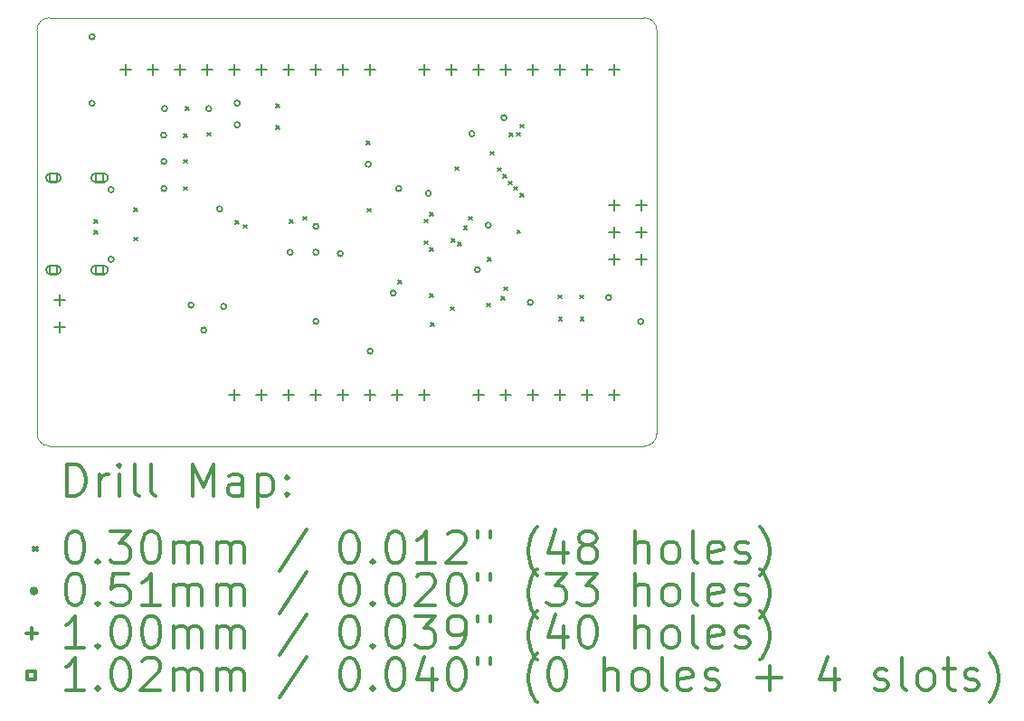
<source format=gbr>
%FSLAX45Y45*%
G04 Gerber Fmt 4.5, Leading zero omitted, Abs format (unit mm)*
G04 Created by KiCad (PCBNEW (5.1.2-1)-1) date 2020-01-20 17:34:25*
%MOMM*%
%LPD*%
G04 APERTURE LIST*
%ADD10C,0.050000*%
%ADD11C,0.049987*%
%ADD12C,0.200000*%
%ADD13C,0.300000*%
G04 APERTURE END LIST*
D10*
X1315720Y-14502280D02*
X6883400Y-14503400D01*
X1315720Y-18515480D02*
X6883400Y-18516600D01*
X7000240Y-18399760D02*
X7000240Y-14620240D01*
X1199023Y-14620240D02*
X1200000Y-18399760D01*
D11*
X6883400Y-14503400D02*
G75*
G02X7000240Y-14620240I0J-116840D01*
G01*
X7000240Y-18399760D02*
G75*
G02X6883400Y-18516600I-116840J0D01*
G01*
X1315720Y-18515480D02*
G75*
G02X1200000Y-18399760I0J115720D01*
G01*
X1199023Y-14620240D02*
G75*
G02X1315720Y-14502280I117967J0D01*
G01*
D12*
X1735000Y-16395000D02*
X1765000Y-16425000D01*
X1765000Y-16395000D02*
X1735000Y-16425000D01*
X1735000Y-16498450D02*
X1765000Y-16528450D01*
X1765000Y-16498450D02*
X1735000Y-16528450D01*
X2110000Y-16285000D02*
X2140000Y-16315000D01*
X2140000Y-16285000D02*
X2110000Y-16315000D01*
X2110000Y-16560000D02*
X2140000Y-16590000D01*
X2140000Y-16560000D02*
X2110000Y-16590000D01*
X2575800Y-15593300D02*
X2605800Y-15623300D01*
X2605800Y-15593300D02*
X2575800Y-15623300D01*
X2575800Y-15834600D02*
X2605800Y-15864600D01*
X2605800Y-15834600D02*
X2575800Y-15864600D01*
X2575800Y-16088600D02*
X2605800Y-16118600D01*
X2605800Y-16088600D02*
X2575800Y-16118600D01*
X2588500Y-15339300D02*
X2618500Y-15369300D01*
X2618500Y-15339300D02*
X2588500Y-15369300D01*
X2791700Y-15580600D02*
X2821700Y-15610600D01*
X2821700Y-15580600D02*
X2791700Y-15610600D01*
X3058400Y-16402650D02*
X3088400Y-16432650D01*
X3088400Y-16402650D02*
X3058400Y-16432650D01*
X3134600Y-16444200D02*
X3164600Y-16474200D01*
X3164600Y-16444200D02*
X3134600Y-16474200D01*
X3439400Y-15310999D02*
X3469400Y-15340999D01*
X3469400Y-15310999D02*
X3439400Y-15340999D01*
X3439400Y-15517100D02*
X3469400Y-15547100D01*
X3469400Y-15517100D02*
X3439400Y-15547100D01*
X3563700Y-16396300D02*
X3593700Y-16426300D01*
X3593700Y-16396300D02*
X3563700Y-16426300D01*
X3693400Y-16368000D02*
X3723400Y-16398000D01*
X3723400Y-16368000D02*
X3693400Y-16398000D01*
X4285000Y-15660000D02*
X4315000Y-15690000D01*
X4315000Y-15660000D02*
X4285000Y-15690000D01*
X4290300Y-16291800D02*
X4320300Y-16321800D01*
X4320300Y-16291800D02*
X4290300Y-16321800D01*
X4582400Y-16964900D02*
X4612400Y-16994900D01*
X4612400Y-16964900D02*
X4582400Y-16994900D01*
X4823700Y-16393400D02*
X4853700Y-16423400D01*
X4853700Y-16393400D02*
X4823700Y-16423400D01*
X4823700Y-16596600D02*
X4853700Y-16626600D01*
X4853700Y-16596600D02*
X4823700Y-16626600D01*
X4874500Y-16329900D02*
X4904500Y-16359900D01*
X4904500Y-16329900D02*
X4874500Y-16359900D01*
X4874500Y-16660100D02*
X4904500Y-16690100D01*
X4904500Y-16660100D02*
X4874500Y-16690100D01*
X4877071Y-17089329D02*
X4907071Y-17119329D01*
X4907071Y-17089329D02*
X4877071Y-17119329D01*
X4885000Y-17360000D02*
X4915000Y-17390000D01*
X4915000Y-17360000D02*
X4885000Y-17390000D01*
X5069692Y-17214207D02*
X5099692Y-17244207D01*
X5099692Y-17214207D02*
X5069692Y-17244207D01*
X5078171Y-16571671D02*
X5108171Y-16601671D01*
X5108171Y-16571671D02*
X5078171Y-16601671D01*
X5113679Y-15900221D02*
X5143679Y-15930221D01*
X5143679Y-15900221D02*
X5113679Y-15930221D01*
X5141200Y-16609300D02*
X5171200Y-16639300D01*
X5171200Y-16609300D02*
X5141200Y-16639300D01*
X5192941Y-16456900D02*
X5222941Y-16486900D01*
X5222941Y-16456900D02*
X5192941Y-16486900D01*
X5240841Y-16368000D02*
X5270841Y-16398000D01*
X5270841Y-16368000D02*
X5240841Y-16398000D01*
X5407900Y-17180800D02*
X5437900Y-17210800D01*
X5437900Y-17180800D02*
X5407900Y-17210800D01*
X5416685Y-16752915D02*
X5446685Y-16782915D01*
X5446685Y-16752915D02*
X5416685Y-16782915D01*
X5446000Y-15758400D02*
X5476000Y-15788400D01*
X5476000Y-15758400D02*
X5446000Y-15788400D01*
X5509500Y-15910800D02*
X5539500Y-15940800D01*
X5539500Y-15910800D02*
X5509500Y-15940800D01*
X5547600Y-17117300D02*
X5577600Y-17147300D01*
X5577600Y-17117300D02*
X5547600Y-17147300D01*
X5560300Y-15974300D02*
X5590300Y-16004300D01*
X5590300Y-15974300D02*
X5560300Y-16004300D01*
X5573000Y-17028400D02*
X5603000Y-17058400D01*
X5603000Y-17028400D02*
X5573000Y-17058400D01*
X5611100Y-16037800D02*
X5641100Y-16067800D01*
X5641100Y-16037800D02*
X5611100Y-16067800D01*
X5619570Y-15584829D02*
X5649570Y-15614829D01*
X5649570Y-15584829D02*
X5619570Y-15614829D01*
X5661900Y-16088600D02*
X5691900Y-16118600D01*
X5691900Y-16088600D02*
X5661900Y-16118600D01*
X5687300Y-15580600D02*
X5717300Y-15610600D01*
X5717300Y-15580600D02*
X5687300Y-15610600D01*
X5693720Y-16495000D02*
X5723720Y-16525000D01*
X5723720Y-16495000D02*
X5693720Y-16525000D01*
X5725399Y-16152100D02*
X5755399Y-16182100D01*
X5755399Y-16152100D02*
X5725399Y-16182100D01*
X5725400Y-15504400D02*
X5755400Y-15534400D01*
X5755400Y-15504400D02*
X5725400Y-15534400D01*
X6081000Y-17104600D02*
X6111000Y-17134600D01*
X6111000Y-17104600D02*
X6081000Y-17134600D01*
X6085000Y-17310000D02*
X6115000Y-17340000D01*
X6115000Y-17310000D02*
X6085000Y-17340000D01*
X6284200Y-17104600D02*
X6314200Y-17134600D01*
X6314200Y-17104600D02*
X6284200Y-17134600D01*
X6285000Y-17310000D02*
X6315000Y-17340000D01*
X6315000Y-17310000D02*
X6285000Y-17340000D01*
X1739900Y-14681200D02*
G75*
G03X1739900Y-14681200I-25400J0D01*
G01*
X1739900Y-15303500D02*
G75*
G03X1739900Y-15303500I-25400J0D01*
G01*
X1917700Y-16114001D02*
G75*
G03X1917700Y-16114001I-25400J0D01*
G01*
X1917700Y-16766299D02*
G75*
G03X1917700Y-16766299I-25400J0D01*
G01*
X2410460Y-15603220D02*
G75*
G03X2410460Y-15603220I-25400J0D01*
G01*
X2413000Y-15849600D02*
G75*
G03X2413000Y-15849600I-25400J0D01*
G01*
X2413000Y-16103600D02*
G75*
G03X2413000Y-16103600I-25400J0D01*
G01*
X2418080Y-15354300D02*
G75*
G03X2418080Y-15354300I-25400J0D01*
G01*
X2667000Y-17195800D02*
G75*
G03X2667000Y-17195800I-25400J0D01*
G01*
X2785400Y-17430000D02*
G75*
G03X2785400Y-17430000I-25400J0D01*
G01*
X2832100Y-15354300D02*
G75*
G03X2832100Y-15354300I-25400J0D01*
G01*
X2933700Y-16294100D02*
G75*
G03X2933700Y-16294100I-25400J0D01*
G01*
X2971800Y-17208500D02*
G75*
G03X2971800Y-17208500I-25400J0D01*
G01*
X3098800Y-15303500D02*
G75*
G03X3098800Y-15303500I-25400J0D01*
G01*
X3098800Y-15303500D02*
G75*
G03X3098800Y-15303500I-25400J0D01*
G01*
X3098800Y-15506700D02*
G75*
G03X3098800Y-15506700I-25400J0D01*
G01*
X3594100Y-16700500D02*
G75*
G03X3594100Y-16700500I-25400J0D01*
G01*
X3835400Y-16456949D02*
G75*
G03X3835400Y-16456949I-25400J0D01*
G01*
X3835400Y-16700500D02*
G75*
G03X3835400Y-16700500I-25400J0D01*
G01*
X3835400Y-17348200D02*
G75*
G03X3835400Y-17348200I-25400J0D01*
G01*
X4064000Y-16713200D02*
G75*
G03X4064000Y-16713200I-25400J0D01*
G01*
X4325400Y-15875000D02*
G75*
G03X4325400Y-15875000I-25400J0D01*
G01*
X4343400Y-17627600D02*
G75*
G03X4343400Y-17627600I-25400J0D01*
G01*
X4558472Y-17082328D02*
G75*
G03X4558472Y-17082328I-25400J0D01*
G01*
X4610100Y-16103600D02*
G75*
G03X4610100Y-16103600I-25400J0D01*
G01*
X4887250Y-16149259D02*
G75*
G03X4887250Y-16149259I-25400J0D01*
G01*
X5295400Y-15590000D02*
G75*
G03X5295400Y-15590000I-25400J0D01*
G01*
X5346700Y-16863808D02*
G75*
G03X5346700Y-16863808I-25400J0D01*
G01*
X5448300Y-16446500D02*
G75*
G03X5448300Y-16446500I-25400J0D01*
G01*
X5595400Y-15440000D02*
G75*
G03X5595400Y-15440000I-25400J0D01*
G01*
X5842000Y-17170400D02*
G75*
G03X5842000Y-17170400I-25400J0D01*
G01*
X6575400Y-17125000D02*
G75*
G03X6575400Y-17125000I-25400J0D01*
G01*
X6875400Y-17350000D02*
G75*
G03X6875400Y-17350000I-25400J0D01*
G01*
X4826000Y-14936000D02*
X4826000Y-15036000D01*
X4776000Y-14986000D02*
X4876000Y-14986000D01*
X5080000Y-14936000D02*
X5080000Y-15036000D01*
X5030000Y-14986000D02*
X5130000Y-14986000D01*
X5334000Y-14936000D02*
X5334000Y-15036000D01*
X5284000Y-14986000D02*
X5384000Y-14986000D01*
X5588000Y-14936000D02*
X5588000Y-15036000D01*
X5538000Y-14986000D02*
X5638000Y-14986000D01*
X5842000Y-14936000D02*
X5842000Y-15036000D01*
X5792000Y-14986000D02*
X5892000Y-14986000D01*
X6096000Y-14936000D02*
X6096000Y-15036000D01*
X6046000Y-14986000D02*
X6146000Y-14986000D01*
X6350000Y-14936000D02*
X6350000Y-15036000D01*
X6300000Y-14986000D02*
X6400000Y-14986000D01*
X6604000Y-14936000D02*
X6604000Y-15036000D01*
X6554000Y-14986000D02*
X6654000Y-14986000D01*
X6604000Y-16206000D02*
X6604000Y-16306000D01*
X6554000Y-16256000D02*
X6654000Y-16256000D01*
X6604000Y-16460000D02*
X6604000Y-16560000D01*
X6554000Y-16510000D02*
X6654000Y-16510000D01*
X6604000Y-16714000D02*
X6604000Y-16814000D01*
X6554000Y-16764000D02*
X6654000Y-16764000D01*
X6858000Y-16206000D02*
X6858000Y-16306000D01*
X6808000Y-16256000D02*
X6908000Y-16256000D01*
X6858000Y-16460000D02*
X6858000Y-16560000D01*
X6808000Y-16510000D02*
X6908000Y-16510000D01*
X6858000Y-16714000D02*
X6858000Y-16814000D01*
X6808000Y-16764000D02*
X6908000Y-16764000D01*
X5334000Y-17984000D02*
X5334000Y-18084000D01*
X5284000Y-18034000D02*
X5384000Y-18034000D01*
X5588000Y-17984000D02*
X5588000Y-18084000D01*
X5538000Y-18034000D02*
X5638000Y-18034000D01*
X5842000Y-17984000D02*
X5842000Y-18084000D01*
X5792000Y-18034000D02*
X5892000Y-18034000D01*
X6096000Y-17984000D02*
X6096000Y-18084000D01*
X6046000Y-18034000D02*
X6146000Y-18034000D01*
X6350000Y-17984000D02*
X6350000Y-18084000D01*
X6300000Y-18034000D02*
X6400000Y-18034000D01*
X6604000Y-17984000D02*
X6604000Y-18084000D01*
X6554000Y-18034000D02*
X6654000Y-18034000D01*
X1410000Y-17100000D02*
X1410000Y-17200000D01*
X1360000Y-17150000D02*
X1460000Y-17150000D01*
X1410000Y-17354000D02*
X1410000Y-17454000D01*
X1360000Y-17404000D02*
X1460000Y-17404000D01*
X3048000Y-17984000D02*
X3048000Y-18084000D01*
X2998000Y-18034000D02*
X3098000Y-18034000D01*
X3302000Y-17984000D02*
X3302000Y-18084000D01*
X3252000Y-18034000D02*
X3352000Y-18034000D01*
X3556000Y-17984000D02*
X3556000Y-18084000D01*
X3506000Y-18034000D02*
X3606000Y-18034000D01*
X3810000Y-17984000D02*
X3810000Y-18084000D01*
X3760000Y-18034000D02*
X3860000Y-18034000D01*
X4064000Y-17984000D02*
X4064000Y-18084000D01*
X4014000Y-18034000D02*
X4114000Y-18034000D01*
X4318000Y-17984000D02*
X4318000Y-18084000D01*
X4268000Y-18034000D02*
X4368000Y-18034000D01*
X4572000Y-17984000D02*
X4572000Y-18084000D01*
X4522000Y-18034000D02*
X4622000Y-18034000D01*
X4826000Y-17984000D02*
X4826000Y-18084000D01*
X4776000Y-18034000D02*
X4876000Y-18034000D01*
X2032000Y-14936000D02*
X2032000Y-15036000D01*
X1982000Y-14986000D02*
X2082000Y-14986000D01*
X2286000Y-14936000D02*
X2286000Y-15036000D01*
X2236000Y-14986000D02*
X2336000Y-14986000D01*
X2540000Y-14936000D02*
X2540000Y-15036000D01*
X2490000Y-14986000D02*
X2590000Y-14986000D01*
X2794000Y-14936000D02*
X2794000Y-15036000D01*
X2744000Y-14986000D02*
X2844000Y-14986000D01*
X3048000Y-14936000D02*
X3048000Y-15036000D01*
X2998000Y-14986000D02*
X3098000Y-14986000D01*
X3302000Y-14936000D02*
X3302000Y-15036000D01*
X3252000Y-14986000D02*
X3352000Y-14986000D01*
X3556000Y-14936000D02*
X3556000Y-15036000D01*
X3506000Y-14986000D02*
X3606000Y-14986000D01*
X3810000Y-14936000D02*
X3810000Y-15036000D01*
X3760000Y-14986000D02*
X3860000Y-14986000D01*
X4064000Y-14936000D02*
X4064000Y-15036000D01*
X4014000Y-14986000D02*
X4114000Y-14986000D01*
X4318000Y-14936000D02*
X4318000Y-15036000D01*
X4268000Y-14986000D02*
X4368000Y-14986000D01*
X1389921Y-16037921D02*
X1389921Y-15966079D01*
X1318079Y-15966079D01*
X1318079Y-16037921D01*
X1389921Y-16037921D01*
X1381940Y-15961200D02*
X1326060Y-15961200D01*
X1381940Y-16042800D02*
X1326060Y-16042800D01*
X1326060Y-15961200D02*
G75*
G03X1326060Y-16042800I0J-40800D01*
G01*
X1381940Y-16042800D02*
G75*
G03X1381940Y-15961200I0J40800D01*
G01*
X1389921Y-16901521D02*
X1389921Y-16829679D01*
X1318079Y-16829679D01*
X1318079Y-16901521D01*
X1389921Y-16901521D01*
X1381940Y-16824800D02*
X1326060Y-16824800D01*
X1381940Y-16906400D02*
X1326060Y-16906400D01*
X1326060Y-16824800D02*
G75*
G03X1326060Y-16906400I0J-40800D01*
G01*
X1381940Y-16906400D02*
G75*
G03X1381940Y-16824800I0J40800D01*
G01*
X1821721Y-16037921D02*
X1821721Y-15966079D01*
X1749879Y-15966079D01*
X1749879Y-16037921D01*
X1821721Y-16037921D01*
X1823900Y-15961200D02*
X1747700Y-15961200D01*
X1823900Y-16042800D02*
X1747700Y-16042800D01*
X1747700Y-15961200D02*
G75*
G03X1747700Y-16042800I0J-40800D01*
G01*
X1823900Y-16042800D02*
G75*
G03X1823900Y-15961200I0J40800D01*
G01*
X1821721Y-16901521D02*
X1821721Y-16829679D01*
X1749879Y-16829679D01*
X1749879Y-16901521D01*
X1821721Y-16901521D01*
X1823900Y-16824800D02*
X1747700Y-16824800D01*
X1823900Y-16906400D02*
X1747700Y-16906400D01*
X1747700Y-16824800D02*
G75*
G03X1747700Y-16906400I0J-40800D01*
G01*
X1823900Y-16906400D02*
G75*
G03X1823900Y-16824800I0J40800D01*
G01*
D13*
X1482952Y-18984814D02*
X1482952Y-18684814D01*
X1554380Y-18684814D01*
X1597237Y-18699100D01*
X1625809Y-18727672D01*
X1640094Y-18756243D01*
X1654380Y-18813386D01*
X1654380Y-18856243D01*
X1640094Y-18913386D01*
X1625809Y-18941957D01*
X1597237Y-18970529D01*
X1554380Y-18984814D01*
X1482952Y-18984814D01*
X1782952Y-18984814D02*
X1782952Y-18784814D01*
X1782952Y-18841957D02*
X1797237Y-18813386D01*
X1811523Y-18799100D01*
X1840094Y-18784814D01*
X1868666Y-18784814D01*
X1968666Y-18984814D02*
X1968666Y-18784814D01*
X1968666Y-18684814D02*
X1954380Y-18699100D01*
X1968666Y-18713386D01*
X1982952Y-18699100D01*
X1968666Y-18684814D01*
X1968666Y-18713386D01*
X2154380Y-18984814D02*
X2125809Y-18970529D01*
X2111523Y-18941957D01*
X2111523Y-18684814D01*
X2311523Y-18984814D02*
X2282952Y-18970529D01*
X2268666Y-18941957D01*
X2268666Y-18684814D01*
X2654380Y-18984814D02*
X2654380Y-18684814D01*
X2754380Y-18899100D01*
X2854380Y-18684814D01*
X2854380Y-18984814D01*
X3125809Y-18984814D02*
X3125809Y-18827672D01*
X3111523Y-18799100D01*
X3082952Y-18784814D01*
X3025809Y-18784814D01*
X2997237Y-18799100D01*
X3125809Y-18970529D02*
X3097237Y-18984814D01*
X3025809Y-18984814D01*
X2997237Y-18970529D01*
X2982952Y-18941957D01*
X2982952Y-18913386D01*
X2997237Y-18884814D01*
X3025809Y-18870529D01*
X3097237Y-18870529D01*
X3125809Y-18856243D01*
X3268666Y-18784814D02*
X3268666Y-19084814D01*
X3268666Y-18799100D02*
X3297237Y-18784814D01*
X3354380Y-18784814D01*
X3382952Y-18799100D01*
X3397237Y-18813386D01*
X3411523Y-18841957D01*
X3411523Y-18927672D01*
X3397237Y-18956243D01*
X3382952Y-18970529D01*
X3354380Y-18984814D01*
X3297237Y-18984814D01*
X3268666Y-18970529D01*
X3540094Y-18956243D02*
X3554380Y-18970529D01*
X3540094Y-18984814D01*
X3525809Y-18970529D01*
X3540094Y-18956243D01*
X3540094Y-18984814D01*
X3540094Y-18799100D02*
X3554380Y-18813386D01*
X3540094Y-18827672D01*
X3525809Y-18813386D01*
X3540094Y-18799100D01*
X3540094Y-18827672D01*
X1166523Y-19464100D02*
X1196523Y-19494100D01*
X1196523Y-19464100D02*
X1166523Y-19494100D01*
X1540094Y-19314814D02*
X1568666Y-19314814D01*
X1597237Y-19329100D01*
X1611523Y-19343386D01*
X1625809Y-19371957D01*
X1640094Y-19429100D01*
X1640094Y-19500529D01*
X1625809Y-19557672D01*
X1611523Y-19586243D01*
X1597237Y-19600529D01*
X1568666Y-19614814D01*
X1540094Y-19614814D01*
X1511523Y-19600529D01*
X1497237Y-19586243D01*
X1482952Y-19557672D01*
X1468666Y-19500529D01*
X1468666Y-19429100D01*
X1482952Y-19371957D01*
X1497237Y-19343386D01*
X1511523Y-19329100D01*
X1540094Y-19314814D01*
X1768666Y-19586243D02*
X1782952Y-19600529D01*
X1768666Y-19614814D01*
X1754380Y-19600529D01*
X1768666Y-19586243D01*
X1768666Y-19614814D01*
X1882952Y-19314814D02*
X2068666Y-19314814D01*
X1968666Y-19429100D01*
X2011523Y-19429100D01*
X2040094Y-19443386D01*
X2054380Y-19457672D01*
X2068666Y-19486243D01*
X2068666Y-19557672D01*
X2054380Y-19586243D01*
X2040094Y-19600529D01*
X2011523Y-19614814D01*
X1925809Y-19614814D01*
X1897237Y-19600529D01*
X1882952Y-19586243D01*
X2254380Y-19314814D02*
X2282952Y-19314814D01*
X2311523Y-19329100D01*
X2325809Y-19343386D01*
X2340095Y-19371957D01*
X2354380Y-19429100D01*
X2354380Y-19500529D01*
X2340095Y-19557672D01*
X2325809Y-19586243D01*
X2311523Y-19600529D01*
X2282952Y-19614814D01*
X2254380Y-19614814D01*
X2225809Y-19600529D01*
X2211523Y-19586243D01*
X2197237Y-19557672D01*
X2182952Y-19500529D01*
X2182952Y-19429100D01*
X2197237Y-19371957D01*
X2211523Y-19343386D01*
X2225809Y-19329100D01*
X2254380Y-19314814D01*
X2482952Y-19614814D02*
X2482952Y-19414814D01*
X2482952Y-19443386D02*
X2497237Y-19429100D01*
X2525809Y-19414814D01*
X2568666Y-19414814D01*
X2597237Y-19429100D01*
X2611523Y-19457672D01*
X2611523Y-19614814D01*
X2611523Y-19457672D02*
X2625809Y-19429100D01*
X2654380Y-19414814D01*
X2697237Y-19414814D01*
X2725809Y-19429100D01*
X2740095Y-19457672D01*
X2740095Y-19614814D01*
X2882952Y-19614814D02*
X2882952Y-19414814D01*
X2882952Y-19443386D02*
X2897237Y-19429100D01*
X2925809Y-19414814D01*
X2968666Y-19414814D01*
X2997237Y-19429100D01*
X3011523Y-19457672D01*
X3011523Y-19614814D01*
X3011523Y-19457672D02*
X3025809Y-19429100D01*
X3054380Y-19414814D01*
X3097237Y-19414814D01*
X3125809Y-19429100D01*
X3140094Y-19457672D01*
X3140094Y-19614814D01*
X3725809Y-19300529D02*
X3468666Y-19686243D01*
X4111523Y-19314814D02*
X4140094Y-19314814D01*
X4168666Y-19329100D01*
X4182952Y-19343386D01*
X4197237Y-19371957D01*
X4211523Y-19429100D01*
X4211523Y-19500529D01*
X4197237Y-19557672D01*
X4182952Y-19586243D01*
X4168666Y-19600529D01*
X4140094Y-19614814D01*
X4111523Y-19614814D01*
X4082952Y-19600529D01*
X4068666Y-19586243D01*
X4054380Y-19557672D01*
X4040094Y-19500529D01*
X4040094Y-19429100D01*
X4054380Y-19371957D01*
X4068666Y-19343386D01*
X4082952Y-19329100D01*
X4111523Y-19314814D01*
X4340095Y-19586243D02*
X4354380Y-19600529D01*
X4340095Y-19614814D01*
X4325809Y-19600529D01*
X4340095Y-19586243D01*
X4340095Y-19614814D01*
X4540095Y-19314814D02*
X4568666Y-19314814D01*
X4597237Y-19329100D01*
X4611523Y-19343386D01*
X4625809Y-19371957D01*
X4640095Y-19429100D01*
X4640095Y-19500529D01*
X4625809Y-19557672D01*
X4611523Y-19586243D01*
X4597237Y-19600529D01*
X4568666Y-19614814D01*
X4540095Y-19614814D01*
X4511523Y-19600529D01*
X4497237Y-19586243D01*
X4482952Y-19557672D01*
X4468666Y-19500529D01*
X4468666Y-19429100D01*
X4482952Y-19371957D01*
X4497237Y-19343386D01*
X4511523Y-19329100D01*
X4540095Y-19314814D01*
X4925809Y-19614814D02*
X4754380Y-19614814D01*
X4840095Y-19614814D02*
X4840095Y-19314814D01*
X4811523Y-19357672D01*
X4782952Y-19386243D01*
X4754380Y-19400529D01*
X5040095Y-19343386D02*
X5054380Y-19329100D01*
X5082952Y-19314814D01*
X5154380Y-19314814D01*
X5182952Y-19329100D01*
X5197237Y-19343386D01*
X5211523Y-19371957D01*
X5211523Y-19400529D01*
X5197237Y-19443386D01*
X5025809Y-19614814D01*
X5211523Y-19614814D01*
X5325809Y-19314814D02*
X5325809Y-19371957D01*
X5440095Y-19314814D02*
X5440095Y-19371957D01*
X5882952Y-19729100D02*
X5868666Y-19714814D01*
X5840094Y-19671957D01*
X5825809Y-19643386D01*
X5811523Y-19600529D01*
X5797237Y-19529100D01*
X5797237Y-19471957D01*
X5811523Y-19400529D01*
X5825809Y-19357672D01*
X5840094Y-19329100D01*
X5868666Y-19286243D01*
X5882952Y-19271957D01*
X6125809Y-19414814D02*
X6125809Y-19614814D01*
X6054380Y-19300529D02*
X5982952Y-19514814D01*
X6168666Y-19514814D01*
X6325809Y-19443386D02*
X6297237Y-19429100D01*
X6282952Y-19414814D01*
X6268666Y-19386243D01*
X6268666Y-19371957D01*
X6282952Y-19343386D01*
X6297237Y-19329100D01*
X6325809Y-19314814D01*
X6382952Y-19314814D01*
X6411523Y-19329100D01*
X6425809Y-19343386D01*
X6440094Y-19371957D01*
X6440094Y-19386243D01*
X6425809Y-19414814D01*
X6411523Y-19429100D01*
X6382952Y-19443386D01*
X6325809Y-19443386D01*
X6297237Y-19457672D01*
X6282952Y-19471957D01*
X6268666Y-19500529D01*
X6268666Y-19557672D01*
X6282952Y-19586243D01*
X6297237Y-19600529D01*
X6325809Y-19614814D01*
X6382952Y-19614814D01*
X6411523Y-19600529D01*
X6425809Y-19586243D01*
X6440094Y-19557672D01*
X6440094Y-19500529D01*
X6425809Y-19471957D01*
X6411523Y-19457672D01*
X6382952Y-19443386D01*
X6797237Y-19614814D02*
X6797237Y-19314814D01*
X6925809Y-19614814D02*
X6925809Y-19457672D01*
X6911523Y-19429100D01*
X6882952Y-19414814D01*
X6840094Y-19414814D01*
X6811523Y-19429100D01*
X6797237Y-19443386D01*
X7111523Y-19614814D02*
X7082952Y-19600529D01*
X7068666Y-19586243D01*
X7054380Y-19557672D01*
X7054380Y-19471957D01*
X7068666Y-19443386D01*
X7082952Y-19429100D01*
X7111523Y-19414814D01*
X7154380Y-19414814D01*
X7182952Y-19429100D01*
X7197237Y-19443386D01*
X7211523Y-19471957D01*
X7211523Y-19557672D01*
X7197237Y-19586243D01*
X7182952Y-19600529D01*
X7154380Y-19614814D01*
X7111523Y-19614814D01*
X7382952Y-19614814D02*
X7354380Y-19600529D01*
X7340094Y-19571957D01*
X7340094Y-19314814D01*
X7611523Y-19600529D02*
X7582952Y-19614814D01*
X7525809Y-19614814D01*
X7497237Y-19600529D01*
X7482952Y-19571957D01*
X7482952Y-19457672D01*
X7497237Y-19429100D01*
X7525809Y-19414814D01*
X7582952Y-19414814D01*
X7611523Y-19429100D01*
X7625809Y-19457672D01*
X7625809Y-19486243D01*
X7482952Y-19514814D01*
X7740094Y-19600529D02*
X7768666Y-19614814D01*
X7825809Y-19614814D01*
X7854380Y-19600529D01*
X7868666Y-19571957D01*
X7868666Y-19557672D01*
X7854380Y-19529100D01*
X7825809Y-19514814D01*
X7782952Y-19514814D01*
X7754380Y-19500529D01*
X7740094Y-19471957D01*
X7740094Y-19457672D01*
X7754380Y-19429100D01*
X7782952Y-19414814D01*
X7825809Y-19414814D01*
X7854380Y-19429100D01*
X7968666Y-19729100D02*
X7982952Y-19714814D01*
X8011523Y-19671957D01*
X8025809Y-19643386D01*
X8040094Y-19600529D01*
X8054380Y-19529100D01*
X8054380Y-19471957D01*
X8040094Y-19400529D01*
X8025809Y-19357672D01*
X8011523Y-19329100D01*
X7982952Y-19286243D01*
X7968666Y-19271957D01*
X1196523Y-19875100D02*
G75*
G03X1196523Y-19875100I-25400J0D01*
G01*
X1540094Y-19710814D02*
X1568666Y-19710814D01*
X1597237Y-19725100D01*
X1611523Y-19739386D01*
X1625809Y-19767957D01*
X1640094Y-19825100D01*
X1640094Y-19896529D01*
X1625809Y-19953672D01*
X1611523Y-19982243D01*
X1597237Y-19996529D01*
X1568666Y-20010814D01*
X1540094Y-20010814D01*
X1511523Y-19996529D01*
X1497237Y-19982243D01*
X1482952Y-19953672D01*
X1468666Y-19896529D01*
X1468666Y-19825100D01*
X1482952Y-19767957D01*
X1497237Y-19739386D01*
X1511523Y-19725100D01*
X1540094Y-19710814D01*
X1768666Y-19982243D02*
X1782952Y-19996529D01*
X1768666Y-20010814D01*
X1754380Y-19996529D01*
X1768666Y-19982243D01*
X1768666Y-20010814D01*
X2054380Y-19710814D02*
X1911523Y-19710814D01*
X1897237Y-19853672D01*
X1911523Y-19839386D01*
X1940094Y-19825100D01*
X2011523Y-19825100D01*
X2040094Y-19839386D01*
X2054380Y-19853672D01*
X2068666Y-19882243D01*
X2068666Y-19953672D01*
X2054380Y-19982243D01*
X2040094Y-19996529D01*
X2011523Y-20010814D01*
X1940094Y-20010814D01*
X1911523Y-19996529D01*
X1897237Y-19982243D01*
X2354380Y-20010814D02*
X2182952Y-20010814D01*
X2268666Y-20010814D02*
X2268666Y-19710814D01*
X2240095Y-19753672D01*
X2211523Y-19782243D01*
X2182952Y-19796529D01*
X2482952Y-20010814D02*
X2482952Y-19810814D01*
X2482952Y-19839386D02*
X2497237Y-19825100D01*
X2525809Y-19810814D01*
X2568666Y-19810814D01*
X2597237Y-19825100D01*
X2611523Y-19853672D01*
X2611523Y-20010814D01*
X2611523Y-19853672D02*
X2625809Y-19825100D01*
X2654380Y-19810814D01*
X2697237Y-19810814D01*
X2725809Y-19825100D01*
X2740095Y-19853672D01*
X2740095Y-20010814D01*
X2882952Y-20010814D02*
X2882952Y-19810814D01*
X2882952Y-19839386D02*
X2897237Y-19825100D01*
X2925809Y-19810814D01*
X2968666Y-19810814D01*
X2997237Y-19825100D01*
X3011523Y-19853672D01*
X3011523Y-20010814D01*
X3011523Y-19853672D02*
X3025809Y-19825100D01*
X3054380Y-19810814D01*
X3097237Y-19810814D01*
X3125809Y-19825100D01*
X3140094Y-19853672D01*
X3140094Y-20010814D01*
X3725809Y-19696529D02*
X3468666Y-20082243D01*
X4111523Y-19710814D02*
X4140094Y-19710814D01*
X4168666Y-19725100D01*
X4182952Y-19739386D01*
X4197237Y-19767957D01*
X4211523Y-19825100D01*
X4211523Y-19896529D01*
X4197237Y-19953672D01*
X4182952Y-19982243D01*
X4168666Y-19996529D01*
X4140094Y-20010814D01*
X4111523Y-20010814D01*
X4082952Y-19996529D01*
X4068666Y-19982243D01*
X4054380Y-19953672D01*
X4040094Y-19896529D01*
X4040094Y-19825100D01*
X4054380Y-19767957D01*
X4068666Y-19739386D01*
X4082952Y-19725100D01*
X4111523Y-19710814D01*
X4340095Y-19982243D02*
X4354380Y-19996529D01*
X4340095Y-20010814D01*
X4325809Y-19996529D01*
X4340095Y-19982243D01*
X4340095Y-20010814D01*
X4540095Y-19710814D02*
X4568666Y-19710814D01*
X4597237Y-19725100D01*
X4611523Y-19739386D01*
X4625809Y-19767957D01*
X4640095Y-19825100D01*
X4640095Y-19896529D01*
X4625809Y-19953672D01*
X4611523Y-19982243D01*
X4597237Y-19996529D01*
X4568666Y-20010814D01*
X4540095Y-20010814D01*
X4511523Y-19996529D01*
X4497237Y-19982243D01*
X4482952Y-19953672D01*
X4468666Y-19896529D01*
X4468666Y-19825100D01*
X4482952Y-19767957D01*
X4497237Y-19739386D01*
X4511523Y-19725100D01*
X4540095Y-19710814D01*
X4754380Y-19739386D02*
X4768666Y-19725100D01*
X4797237Y-19710814D01*
X4868666Y-19710814D01*
X4897237Y-19725100D01*
X4911523Y-19739386D01*
X4925809Y-19767957D01*
X4925809Y-19796529D01*
X4911523Y-19839386D01*
X4740095Y-20010814D01*
X4925809Y-20010814D01*
X5111523Y-19710814D02*
X5140095Y-19710814D01*
X5168666Y-19725100D01*
X5182952Y-19739386D01*
X5197237Y-19767957D01*
X5211523Y-19825100D01*
X5211523Y-19896529D01*
X5197237Y-19953672D01*
X5182952Y-19982243D01*
X5168666Y-19996529D01*
X5140095Y-20010814D01*
X5111523Y-20010814D01*
X5082952Y-19996529D01*
X5068666Y-19982243D01*
X5054380Y-19953672D01*
X5040095Y-19896529D01*
X5040095Y-19825100D01*
X5054380Y-19767957D01*
X5068666Y-19739386D01*
X5082952Y-19725100D01*
X5111523Y-19710814D01*
X5325809Y-19710814D02*
X5325809Y-19767957D01*
X5440095Y-19710814D02*
X5440095Y-19767957D01*
X5882952Y-20125100D02*
X5868666Y-20110814D01*
X5840094Y-20067957D01*
X5825809Y-20039386D01*
X5811523Y-19996529D01*
X5797237Y-19925100D01*
X5797237Y-19867957D01*
X5811523Y-19796529D01*
X5825809Y-19753672D01*
X5840094Y-19725100D01*
X5868666Y-19682243D01*
X5882952Y-19667957D01*
X5968666Y-19710814D02*
X6154380Y-19710814D01*
X6054380Y-19825100D01*
X6097237Y-19825100D01*
X6125809Y-19839386D01*
X6140094Y-19853672D01*
X6154380Y-19882243D01*
X6154380Y-19953672D01*
X6140094Y-19982243D01*
X6125809Y-19996529D01*
X6097237Y-20010814D01*
X6011523Y-20010814D01*
X5982952Y-19996529D01*
X5968666Y-19982243D01*
X6254380Y-19710814D02*
X6440094Y-19710814D01*
X6340094Y-19825100D01*
X6382952Y-19825100D01*
X6411523Y-19839386D01*
X6425809Y-19853672D01*
X6440094Y-19882243D01*
X6440094Y-19953672D01*
X6425809Y-19982243D01*
X6411523Y-19996529D01*
X6382952Y-20010814D01*
X6297237Y-20010814D01*
X6268666Y-19996529D01*
X6254380Y-19982243D01*
X6797237Y-20010814D02*
X6797237Y-19710814D01*
X6925809Y-20010814D02*
X6925809Y-19853672D01*
X6911523Y-19825100D01*
X6882952Y-19810814D01*
X6840094Y-19810814D01*
X6811523Y-19825100D01*
X6797237Y-19839386D01*
X7111523Y-20010814D02*
X7082952Y-19996529D01*
X7068666Y-19982243D01*
X7054380Y-19953672D01*
X7054380Y-19867957D01*
X7068666Y-19839386D01*
X7082952Y-19825100D01*
X7111523Y-19810814D01*
X7154380Y-19810814D01*
X7182952Y-19825100D01*
X7197237Y-19839386D01*
X7211523Y-19867957D01*
X7211523Y-19953672D01*
X7197237Y-19982243D01*
X7182952Y-19996529D01*
X7154380Y-20010814D01*
X7111523Y-20010814D01*
X7382952Y-20010814D02*
X7354380Y-19996529D01*
X7340094Y-19967957D01*
X7340094Y-19710814D01*
X7611523Y-19996529D02*
X7582952Y-20010814D01*
X7525809Y-20010814D01*
X7497237Y-19996529D01*
X7482952Y-19967957D01*
X7482952Y-19853672D01*
X7497237Y-19825100D01*
X7525809Y-19810814D01*
X7582952Y-19810814D01*
X7611523Y-19825100D01*
X7625809Y-19853672D01*
X7625809Y-19882243D01*
X7482952Y-19910814D01*
X7740094Y-19996529D02*
X7768666Y-20010814D01*
X7825809Y-20010814D01*
X7854380Y-19996529D01*
X7868666Y-19967957D01*
X7868666Y-19953672D01*
X7854380Y-19925100D01*
X7825809Y-19910814D01*
X7782952Y-19910814D01*
X7754380Y-19896529D01*
X7740094Y-19867957D01*
X7740094Y-19853672D01*
X7754380Y-19825100D01*
X7782952Y-19810814D01*
X7825809Y-19810814D01*
X7854380Y-19825100D01*
X7968666Y-20125100D02*
X7982952Y-20110814D01*
X8011523Y-20067957D01*
X8025809Y-20039386D01*
X8040094Y-19996529D01*
X8054380Y-19925100D01*
X8054380Y-19867957D01*
X8040094Y-19796529D01*
X8025809Y-19753672D01*
X8011523Y-19725100D01*
X7982952Y-19682243D01*
X7968666Y-19667957D01*
X1146523Y-20221100D02*
X1146523Y-20321100D01*
X1096523Y-20271100D02*
X1196523Y-20271100D01*
X1640094Y-20406814D02*
X1468666Y-20406814D01*
X1554380Y-20406814D02*
X1554380Y-20106814D01*
X1525809Y-20149672D01*
X1497237Y-20178243D01*
X1468666Y-20192529D01*
X1768666Y-20378243D02*
X1782952Y-20392529D01*
X1768666Y-20406814D01*
X1754380Y-20392529D01*
X1768666Y-20378243D01*
X1768666Y-20406814D01*
X1968666Y-20106814D02*
X1997237Y-20106814D01*
X2025809Y-20121100D01*
X2040094Y-20135386D01*
X2054380Y-20163957D01*
X2068666Y-20221100D01*
X2068666Y-20292529D01*
X2054380Y-20349672D01*
X2040094Y-20378243D01*
X2025809Y-20392529D01*
X1997237Y-20406814D01*
X1968666Y-20406814D01*
X1940094Y-20392529D01*
X1925809Y-20378243D01*
X1911523Y-20349672D01*
X1897237Y-20292529D01*
X1897237Y-20221100D01*
X1911523Y-20163957D01*
X1925809Y-20135386D01*
X1940094Y-20121100D01*
X1968666Y-20106814D01*
X2254380Y-20106814D02*
X2282952Y-20106814D01*
X2311523Y-20121100D01*
X2325809Y-20135386D01*
X2340095Y-20163957D01*
X2354380Y-20221100D01*
X2354380Y-20292529D01*
X2340095Y-20349672D01*
X2325809Y-20378243D01*
X2311523Y-20392529D01*
X2282952Y-20406814D01*
X2254380Y-20406814D01*
X2225809Y-20392529D01*
X2211523Y-20378243D01*
X2197237Y-20349672D01*
X2182952Y-20292529D01*
X2182952Y-20221100D01*
X2197237Y-20163957D01*
X2211523Y-20135386D01*
X2225809Y-20121100D01*
X2254380Y-20106814D01*
X2482952Y-20406814D02*
X2482952Y-20206814D01*
X2482952Y-20235386D02*
X2497237Y-20221100D01*
X2525809Y-20206814D01*
X2568666Y-20206814D01*
X2597237Y-20221100D01*
X2611523Y-20249672D01*
X2611523Y-20406814D01*
X2611523Y-20249672D02*
X2625809Y-20221100D01*
X2654380Y-20206814D01*
X2697237Y-20206814D01*
X2725809Y-20221100D01*
X2740095Y-20249672D01*
X2740095Y-20406814D01*
X2882952Y-20406814D02*
X2882952Y-20206814D01*
X2882952Y-20235386D02*
X2897237Y-20221100D01*
X2925809Y-20206814D01*
X2968666Y-20206814D01*
X2997237Y-20221100D01*
X3011523Y-20249672D01*
X3011523Y-20406814D01*
X3011523Y-20249672D02*
X3025809Y-20221100D01*
X3054380Y-20206814D01*
X3097237Y-20206814D01*
X3125809Y-20221100D01*
X3140094Y-20249672D01*
X3140094Y-20406814D01*
X3725809Y-20092529D02*
X3468666Y-20478243D01*
X4111523Y-20106814D02*
X4140094Y-20106814D01*
X4168666Y-20121100D01*
X4182952Y-20135386D01*
X4197237Y-20163957D01*
X4211523Y-20221100D01*
X4211523Y-20292529D01*
X4197237Y-20349672D01*
X4182952Y-20378243D01*
X4168666Y-20392529D01*
X4140094Y-20406814D01*
X4111523Y-20406814D01*
X4082952Y-20392529D01*
X4068666Y-20378243D01*
X4054380Y-20349672D01*
X4040094Y-20292529D01*
X4040094Y-20221100D01*
X4054380Y-20163957D01*
X4068666Y-20135386D01*
X4082952Y-20121100D01*
X4111523Y-20106814D01*
X4340095Y-20378243D02*
X4354380Y-20392529D01*
X4340095Y-20406814D01*
X4325809Y-20392529D01*
X4340095Y-20378243D01*
X4340095Y-20406814D01*
X4540095Y-20106814D02*
X4568666Y-20106814D01*
X4597237Y-20121100D01*
X4611523Y-20135386D01*
X4625809Y-20163957D01*
X4640095Y-20221100D01*
X4640095Y-20292529D01*
X4625809Y-20349672D01*
X4611523Y-20378243D01*
X4597237Y-20392529D01*
X4568666Y-20406814D01*
X4540095Y-20406814D01*
X4511523Y-20392529D01*
X4497237Y-20378243D01*
X4482952Y-20349672D01*
X4468666Y-20292529D01*
X4468666Y-20221100D01*
X4482952Y-20163957D01*
X4497237Y-20135386D01*
X4511523Y-20121100D01*
X4540095Y-20106814D01*
X4740095Y-20106814D02*
X4925809Y-20106814D01*
X4825809Y-20221100D01*
X4868666Y-20221100D01*
X4897237Y-20235386D01*
X4911523Y-20249672D01*
X4925809Y-20278243D01*
X4925809Y-20349672D01*
X4911523Y-20378243D01*
X4897237Y-20392529D01*
X4868666Y-20406814D01*
X4782952Y-20406814D01*
X4754380Y-20392529D01*
X4740095Y-20378243D01*
X5068666Y-20406814D02*
X5125809Y-20406814D01*
X5154380Y-20392529D01*
X5168666Y-20378243D01*
X5197237Y-20335386D01*
X5211523Y-20278243D01*
X5211523Y-20163957D01*
X5197237Y-20135386D01*
X5182952Y-20121100D01*
X5154380Y-20106814D01*
X5097237Y-20106814D01*
X5068666Y-20121100D01*
X5054380Y-20135386D01*
X5040095Y-20163957D01*
X5040095Y-20235386D01*
X5054380Y-20263957D01*
X5068666Y-20278243D01*
X5097237Y-20292529D01*
X5154380Y-20292529D01*
X5182952Y-20278243D01*
X5197237Y-20263957D01*
X5211523Y-20235386D01*
X5325809Y-20106814D02*
X5325809Y-20163957D01*
X5440095Y-20106814D02*
X5440095Y-20163957D01*
X5882952Y-20521100D02*
X5868666Y-20506814D01*
X5840094Y-20463957D01*
X5825809Y-20435386D01*
X5811523Y-20392529D01*
X5797237Y-20321100D01*
X5797237Y-20263957D01*
X5811523Y-20192529D01*
X5825809Y-20149672D01*
X5840094Y-20121100D01*
X5868666Y-20078243D01*
X5882952Y-20063957D01*
X6125809Y-20206814D02*
X6125809Y-20406814D01*
X6054380Y-20092529D02*
X5982952Y-20306814D01*
X6168666Y-20306814D01*
X6340094Y-20106814D02*
X6368666Y-20106814D01*
X6397237Y-20121100D01*
X6411523Y-20135386D01*
X6425809Y-20163957D01*
X6440094Y-20221100D01*
X6440094Y-20292529D01*
X6425809Y-20349672D01*
X6411523Y-20378243D01*
X6397237Y-20392529D01*
X6368666Y-20406814D01*
X6340094Y-20406814D01*
X6311523Y-20392529D01*
X6297237Y-20378243D01*
X6282952Y-20349672D01*
X6268666Y-20292529D01*
X6268666Y-20221100D01*
X6282952Y-20163957D01*
X6297237Y-20135386D01*
X6311523Y-20121100D01*
X6340094Y-20106814D01*
X6797237Y-20406814D02*
X6797237Y-20106814D01*
X6925809Y-20406814D02*
X6925809Y-20249672D01*
X6911523Y-20221100D01*
X6882952Y-20206814D01*
X6840094Y-20206814D01*
X6811523Y-20221100D01*
X6797237Y-20235386D01*
X7111523Y-20406814D02*
X7082952Y-20392529D01*
X7068666Y-20378243D01*
X7054380Y-20349672D01*
X7054380Y-20263957D01*
X7068666Y-20235386D01*
X7082952Y-20221100D01*
X7111523Y-20206814D01*
X7154380Y-20206814D01*
X7182952Y-20221100D01*
X7197237Y-20235386D01*
X7211523Y-20263957D01*
X7211523Y-20349672D01*
X7197237Y-20378243D01*
X7182952Y-20392529D01*
X7154380Y-20406814D01*
X7111523Y-20406814D01*
X7382952Y-20406814D02*
X7354380Y-20392529D01*
X7340094Y-20363957D01*
X7340094Y-20106814D01*
X7611523Y-20392529D02*
X7582952Y-20406814D01*
X7525809Y-20406814D01*
X7497237Y-20392529D01*
X7482952Y-20363957D01*
X7482952Y-20249672D01*
X7497237Y-20221100D01*
X7525809Y-20206814D01*
X7582952Y-20206814D01*
X7611523Y-20221100D01*
X7625809Y-20249672D01*
X7625809Y-20278243D01*
X7482952Y-20306814D01*
X7740094Y-20392529D02*
X7768666Y-20406814D01*
X7825809Y-20406814D01*
X7854380Y-20392529D01*
X7868666Y-20363957D01*
X7868666Y-20349672D01*
X7854380Y-20321100D01*
X7825809Y-20306814D01*
X7782952Y-20306814D01*
X7754380Y-20292529D01*
X7740094Y-20263957D01*
X7740094Y-20249672D01*
X7754380Y-20221100D01*
X7782952Y-20206814D01*
X7825809Y-20206814D01*
X7854380Y-20221100D01*
X7968666Y-20521100D02*
X7982952Y-20506814D01*
X8011523Y-20463957D01*
X8025809Y-20435386D01*
X8040094Y-20392529D01*
X8054380Y-20321100D01*
X8054380Y-20263957D01*
X8040094Y-20192529D01*
X8025809Y-20149672D01*
X8011523Y-20121100D01*
X7982952Y-20078243D01*
X7968666Y-20063957D01*
X1181645Y-20703022D02*
X1181645Y-20631179D01*
X1109802Y-20631179D01*
X1109802Y-20703022D01*
X1181645Y-20703022D01*
X1640094Y-20802814D02*
X1468666Y-20802814D01*
X1554380Y-20802814D02*
X1554380Y-20502814D01*
X1525809Y-20545672D01*
X1497237Y-20574243D01*
X1468666Y-20588529D01*
X1768666Y-20774243D02*
X1782952Y-20788529D01*
X1768666Y-20802814D01*
X1754380Y-20788529D01*
X1768666Y-20774243D01*
X1768666Y-20802814D01*
X1968666Y-20502814D02*
X1997237Y-20502814D01*
X2025809Y-20517100D01*
X2040094Y-20531386D01*
X2054380Y-20559957D01*
X2068666Y-20617100D01*
X2068666Y-20688529D01*
X2054380Y-20745672D01*
X2040094Y-20774243D01*
X2025809Y-20788529D01*
X1997237Y-20802814D01*
X1968666Y-20802814D01*
X1940094Y-20788529D01*
X1925809Y-20774243D01*
X1911523Y-20745672D01*
X1897237Y-20688529D01*
X1897237Y-20617100D01*
X1911523Y-20559957D01*
X1925809Y-20531386D01*
X1940094Y-20517100D01*
X1968666Y-20502814D01*
X2182952Y-20531386D02*
X2197237Y-20517100D01*
X2225809Y-20502814D01*
X2297237Y-20502814D01*
X2325809Y-20517100D01*
X2340095Y-20531386D01*
X2354380Y-20559957D01*
X2354380Y-20588529D01*
X2340095Y-20631386D01*
X2168666Y-20802814D01*
X2354380Y-20802814D01*
X2482952Y-20802814D02*
X2482952Y-20602814D01*
X2482952Y-20631386D02*
X2497237Y-20617100D01*
X2525809Y-20602814D01*
X2568666Y-20602814D01*
X2597237Y-20617100D01*
X2611523Y-20645672D01*
X2611523Y-20802814D01*
X2611523Y-20645672D02*
X2625809Y-20617100D01*
X2654380Y-20602814D01*
X2697237Y-20602814D01*
X2725809Y-20617100D01*
X2740095Y-20645672D01*
X2740095Y-20802814D01*
X2882952Y-20802814D02*
X2882952Y-20602814D01*
X2882952Y-20631386D02*
X2897237Y-20617100D01*
X2925809Y-20602814D01*
X2968666Y-20602814D01*
X2997237Y-20617100D01*
X3011523Y-20645672D01*
X3011523Y-20802814D01*
X3011523Y-20645672D02*
X3025809Y-20617100D01*
X3054380Y-20602814D01*
X3097237Y-20602814D01*
X3125809Y-20617100D01*
X3140094Y-20645672D01*
X3140094Y-20802814D01*
X3725809Y-20488529D02*
X3468666Y-20874243D01*
X4111523Y-20502814D02*
X4140094Y-20502814D01*
X4168666Y-20517100D01*
X4182952Y-20531386D01*
X4197237Y-20559957D01*
X4211523Y-20617100D01*
X4211523Y-20688529D01*
X4197237Y-20745672D01*
X4182952Y-20774243D01*
X4168666Y-20788529D01*
X4140094Y-20802814D01*
X4111523Y-20802814D01*
X4082952Y-20788529D01*
X4068666Y-20774243D01*
X4054380Y-20745672D01*
X4040094Y-20688529D01*
X4040094Y-20617100D01*
X4054380Y-20559957D01*
X4068666Y-20531386D01*
X4082952Y-20517100D01*
X4111523Y-20502814D01*
X4340095Y-20774243D02*
X4354380Y-20788529D01*
X4340095Y-20802814D01*
X4325809Y-20788529D01*
X4340095Y-20774243D01*
X4340095Y-20802814D01*
X4540095Y-20502814D02*
X4568666Y-20502814D01*
X4597237Y-20517100D01*
X4611523Y-20531386D01*
X4625809Y-20559957D01*
X4640095Y-20617100D01*
X4640095Y-20688529D01*
X4625809Y-20745672D01*
X4611523Y-20774243D01*
X4597237Y-20788529D01*
X4568666Y-20802814D01*
X4540095Y-20802814D01*
X4511523Y-20788529D01*
X4497237Y-20774243D01*
X4482952Y-20745672D01*
X4468666Y-20688529D01*
X4468666Y-20617100D01*
X4482952Y-20559957D01*
X4497237Y-20531386D01*
X4511523Y-20517100D01*
X4540095Y-20502814D01*
X4897237Y-20602814D02*
X4897237Y-20802814D01*
X4825809Y-20488529D02*
X4754380Y-20702814D01*
X4940095Y-20702814D01*
X5111523Y-20502814D02*
X5140095Y-20502814D01*
X5168666Y-20517100D01*
X5182952Y-20531386D01*
X5197237Y-20559957D01*
X5211523Y-20617100D01*
X5211523Y-20688529D01*
X5197237Y-20745672D01*
X5182952Y-20774243D01*
X5168666Y-20788529D01*
X5140095Y-20802814D01*
X5111523Y-20802814D01*
X5082952Y-20788529D01*
X5068666Y-20774243D01*
X5054380Y-20745672D01*
X5040095Y-20688529D01*
X5040095Y-20617100D01*
X5054380Y-20559957D01*
X5068666Y-20531386D01*
X5082952Y-20517100D01*
X5111523Y-20502814D01*
X5325809Y-20502814D02*
X5325809Y-20559957D01*
X5440095Y-20502814D02*
X5440095Y-20559957D01*
X5882952Y-20917100D02*
X5868666Y-20902814D01*
X5840094Y-20859957D01*
X5825809Y-20831386D01*
X5811523Y-20788529D01*
X5797237Y-20717100D01*
X5797237Y-20659957D01*
X5811523Y-20588529D01*
X5825809Y-20545672D01*
X5840094Y-20517100D01*
X5868666Y-20474243D01*
X5882952Y-20459957D01*
X6054380Y-20502814D02*
X6082952Y-20502814D01*
X6111523Y-20517100D01*
X6125809Y-20531386D01*
X6140094Y-20559957D01*
X6154380Y-20617100D01*
X6154380Y-20688529D01*
X6140094Y-20745672D01*
X6125809Y-20774243D01*
X6111523Y-20788529D01*
X6082952Y-20802814D01*
X6054380Y-20802814D01*
X6025809Y-20788529D01*
X6011523Y-20774243D01*
X5997237Y-20745672D01*
X5982952Y-20688529D01*
X5982952Y-20617100D01*
X5997237Y-20559957D01*
X6011523Y-20531386D01*
X6025809Y-20517100D01*
X6054380Y-20502814D01*
X6511523Y-20802814D02*
X6511523Y-20502814D01*
X6640094Y-20802814D02*
X6640094Y-20645672D01*
X6625809Y-20617100D01*
X6597237Y-20602814D01*
X6554380Y-20602814D01*
X6525809Y-20617100D01*
X6511523Y-20631386D01*
X6825809Y-20802814D02*
X6797237Y-20788529D01*
X6782952Y-20774243D01*
X6768666Y-20745672D01*
X6768666Y-20659957D01*
X6782952Y-20631386D01*
X6797237Y-20617100D01*
X6825809Y-20602814D01*
X6868666Y-20602814D01*
X6897237Y-20617100D01*
X6911523Y-20631386D01*
X6925809Y-20659957D01*
X6925809Y-20745672D01*
X6911523Y-20774243D01*
X6897237Y-20788529D01*
X6868666Y-20802814D01*
X6825809Y-20802814D01*
X7097237Y-20802814D02*
X7068666Y-20788529D01*
X7054380Y-20759957D01*
X7054380Y-20502814D01*
X7325809Y-20788529D02*
X7297237Y-20802814D01*
X7240094Y-20802814D01*
X7211523Y-20788529D01*
X7197237Y-20759957D01*
X7197237Y-20645672D01*
X7211523Y-20617100D01*
X7240094Y-20602814D01*
X7297237Y-20602814D01*
X7325809Y-20617100D01*
X7340094Y-20645672D01*
X7340094Y-20674243D01*
X7197237Y-20702814D01*
X7454380Y-20788529D02*
X7482952Y-20802814D01*
X7540094Y-20802814D01*
X7568666Y-20788529D01*
X7582952Y-20759957D01*
X7582952Y-20745672D01*
X7568666Y-20717100D01*
X7540094Y-20702814D01*
X7497237Y-20702814D01*
X7468666Y-20688529D01*
X7454380Y-20659957D01*
X7454380Y-20645672D01*
X7468666Y-20617100D01*
X7497237Y-20602814D01*
X7540094Y-20602814D01*
X7568666Y-20617100D01*
X7940094Y-20688529D02*
X8168666Y-20688529D01*
X8054380Y-20802814D02*
X8054380Y-20574243D01*
X8668666Y-20602814D02*
X8668666Y-20802814D01*
X8597237Y-20488529D02*
X8525809Y-20702814D01*
X8711523Y-20702814D01*
X9040095Y-20788529D02*
X9068666Y-20802814D01*
X9125809Y-20802814D01*
X9154380Y-20788529D01*
X9168666Y-20759957D01*
X9168666Y-20745672D01*
X9154380Y-20717100D01*
X9125809Y-20702814D01*
X9082952Y-20702814D01*
X9054380Y-20688529D01*
X9040095Y-20659957D01*
X9040095Y-20645672D01*
X9054380Y-20617100D01*
X9082952Y-20602814D01*
X9125809Y-20602814D01*
X9154380Y-20617100D01*
X9340095Y-20802814D02*
X9311523Y-20788529D01*
X9297237Y-20759957D01*
X9297237Y-20502814D01*
X9497237Y-20802814D02*
X9468666Y-20788529D01*
X9454380Y-20774243D01*
X9440095Y-20745672D01*
X9440095Y-20659957D01*
X9454380Y-20631386D01*
X9468666Y-20617100D01*
X9497237Y-20602814D01*
X9540095Y-20602814D01*
X9568666Y-20617100D01*
X9582952Y-20631386D01*
X9597237Y-20659957D01*
X9597237Y-20745672D01*
X9582952Y-20774243D01*
X9568666Y-20788529D01*
X9540095Y-20802814D01*
X9497237Y-20802814D01*
X9682952Y-20602814D02*
X9797237Y-20602814D01*
X9725809Y-20502814D02*
X9725809Y-20759957D01*
X9740095Y-20788529D01*
X9768666Y-20802814D01*
X9797237Y-20802814D01*
X9882952Y-20788529D02*
X9911523Y-20802814D01*
X9968666Y-20802814D01*
X9997237Y-20788529D01*
X10011523Y-20759957D01*
X10011523Y-20745672D01*
X9997237Y-20717100D01*
X9968666Y-20702814D01*
X9925809Y-20702814D01*
X9897237Y-20688529D01*
X9882952Y-20659957D01*
X9882952Y-20645672D01*
X9897237Y-20617100D01*
X9925809Y-20602814D01*
X9968666Y-20602814D01*
X9997237Y-20617100D01*
X10111523Y-20917100D02*
X10125809Y-20902814D01*
X10154380Y-20859957D01*
X10168666Y-20831386D01*
X10182952Y-20788529D01*
X10197237Y-20717100D01*
X10197237Y-20659957D01*
X10182952Y-20588529D01*
X10168666Y-20545672D01*
X10154380Y-20517100D01*
X10125809Y-20474243D01*
X10111523Y-20459957D01*
M02*

</source>
